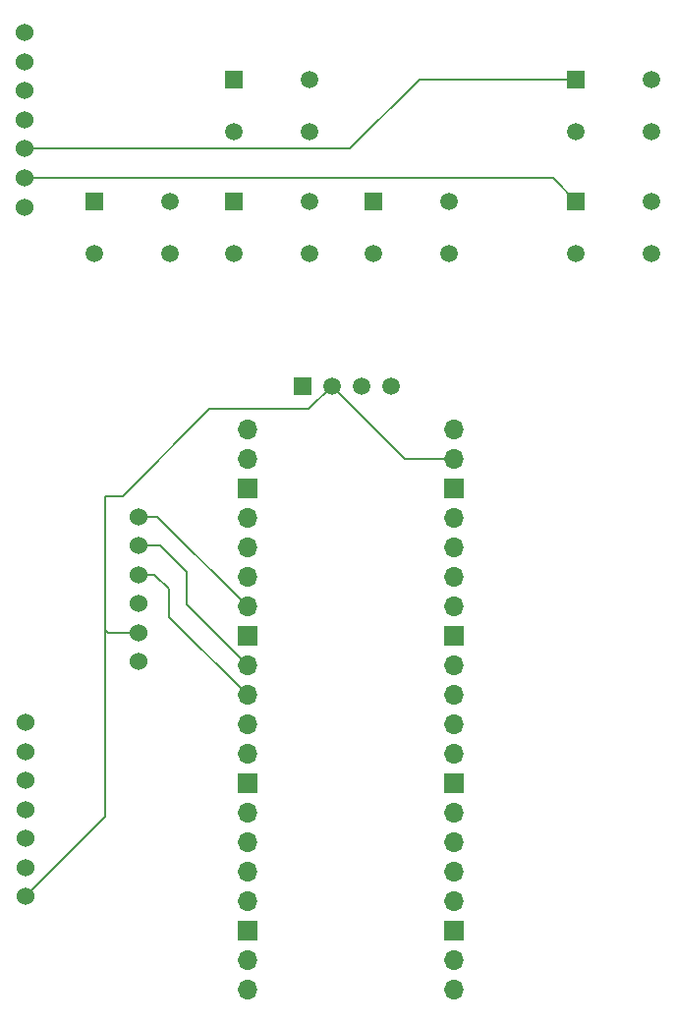
<source format=gbr>
%TF.GenerationSoftware,KiCad,Pcbnew,8.0.4*%
%TF.CreationDate,2024-08-20T15:20:12-04:00*%
%TF.ProjectId,gameconsole,67616d65-636f-46e7-936f-6c652e6b6963,rev?*%
%TF.SameCoordinates,Original*%
%TF.FileFunction,Copper,L2,Bot*%
%TF.FilePolarity,Positive*%
%FSLAX46Y46*%
G04 Gerber Fmt 4.6, Leading zero omitted, Abs format (unit mm)*
G04 Created by KiCad (PCBNEW 8.0.4) date 2024-08-20 15:20:12*
%MOMM*%
%LPD*%
G01*
G04 APERTURE LIST*
%TA.AperFunction,EtchedComponent*%
%ADD10C,0.200000*%
%TD*%
%TA.AperFunction,ComponentPad*%
%ADD11C,1.524000*%
%TD*%
%TA.AperFunction,ComponentPad*%
%ADD12C,1.498000*%
%TD*%
%TA.AperFunction,ComponentPad*%
%ADD13R,1.498000X1.498000*%
%TD*%
%TA.AperFunction,ComponentPad*%
%ADD14R,1.508000X1.508000*%
%TD*%
%TA.AperFunction,ComponentPad*%
%ADD15C,1.508000*%
%TD*%
%TA.AperFunction,ComponentPad*%
%ADD16O,1.700000X1.700000*%
%TD*%
%TA.AperFunction,ComponentPad*%
%ADD17R,1.700000X1.700000*%
%TD*%
%TA.AperFunction,Conductor*%
%ADD18C,0.200000*%
%TD*%
G04 APERTURE END LIST*
D10*
%TO.C,U*%
X149075000Y-78775000D02*
X147075000Y-76775000D01*
X149075000Y-68275000D02*
X135575000Y-68275000D01*
X147075000Y-76775000D02*
X101575000Y-76775000D01*
X135575000Y-68275000D02*
X129575000Y-74275000D01*
X129575000Y-74275000D02*
X101575000Y-74275000D01*
%TD*%
D11*
%TO.P,U,11*%
%TO.N,N/C*%
X101575000Y-76775000D03*
%TO.P,U,10*%
X101575000Y-74275000D03*
%TO.P,U,9*%
X101575000Y-71775000D03*
%TO.P,U,8*%
X101575000Y-69275000D03*
%TO.P,U,7*%
X101575000Y-66775000D03*
%TO.P,U,6*%
X101575000Y-64275000D03*
%TO.P,U,5*%
X101575000Y-79275000D03*
D12*
%TO.P,U,4*%
X155575000Y-83275000D03*
X155575000Y-72775000D03*
X138075000Y-83275000D03*
X126075000Y-83275000D03*
X126075000Y-72775000D03*
X114075000Y-83275000D03*
%TO.P,U,3*%
X149075000Y-83275000D03*
X149075000Y-72775000D03*
X131575000Y-83275000D03*
X119575000Y-83275000D03*
X119575000Y-72775000D03*
X107575000Y-83275000D03*
%TO.P,U,2*%
X155575000Y-78775000D03*
X155575000Y-68275000D03*
X138075000Y-78775000D03*
X126075000Y-78775000D03*
X126075000Y-68275000D03*
X114075000Y-78775000D03*
D13*
%TO.P,U,1*%
X149075000Y-78775000D03*
X149075000Y-68275000D03*
X131575000Y-78775000D03*
X119575000Y-78775000D03*
X119575000Y-68275000D03*
X107575000Y-78775000D03*
%TD*%
D14*
%TO.P,OLED1,1,GND*%
%TO.N,Net-(OLED1-GND)*%
X125500000Y-94700000D03*
D15*
%TO.P,OLED1,2,VCC*%
%TO.N,Net-(CONTROLLER1-VCC)*%
X128040000Y-94700000D03*
%TO.P,OLED1,3,SCL*%
%TO.N,Net-(OLED1-SCL)*%
X130580000Y-94700000D03*
%TO.P,OLED1,4,SDA*%
%TO.N,Net-(OLED1-SDA)*%
X133120000Y-94700000D03*
%TD*%
D11*
%TO.P,CONTROLLER1,1,UP*%
%TO.N,Net-(CONTROLLER1-UP)*%
X101610000Y-123700000D03*
%TO.P,CONTROLLER1,2,RIGHT*%
%TO.N,Net-(CONTROLLER1-RIGHT)*%
X101610000Y-126200000D03*
%TO.P,CONTROLLER1,3,DOWN*%
%TO.N,Net-(CONTROLLER1-DOWN)*%
X101610000Y-128700000D03*
%TO.P,CONTROLLER1,4,LEFT*%
%TO.N,Net-(CONTROLLER1-LEFT)*%
X101610000Y-131200000D03*
%TO.P,CONTROLLER1,5,ALPHA*%
%TO.N,Net-(CONTROLLER1-ALPHA)*%
X101610000Y-133700000D03*
%TO.P,CONTROLLER1,6,BETA*%
%TO.N,Net-(CONTROLLER1-BETA)*%
X101610000Y-136200000D03*
%TO.P,CONTROLLER1,7,VCC*%
%TO.N,Net-(CONTROLLER1-VCC)*%
X101610000Y-138700000D03*
%TD*%
D16*
%TO.P,PICO1,1,GPIO0*%
%TO.N,unconnected-(PICO1-GPIO0-Pad1)*%
X120720000Y-98460000D03*
%TO.P,PICO1,2,GPIO1*%
%TO.N,unconnected-(PICO1-GPIO1-Pad2)*%
X120720000Y-101000000D03*
D17*
%TO.P,PICO1,3,GND*%
%TO.N,Net-(OLED1-GND)*%
X120720000Y-103540000D03*
D16*
%TO.P,PICO1,4,GPIO2*%
%TO.N,Net-(OLED1-SDA)*%
X120720000Y-106080000D03*
%TO.P,PICO1,5,GPIO3*%
%TO.N,Net-(OLED1-SCL)*%
X120720000Y-108620000D03*
%TO.P,PICO1,6,GPIO4*%
%TO.N,Net-(PICO1-GPIO4)*%
X120720000Y-111160000D03*
%TO.P,PICO1,7,GPIO5*%
%TO.N,Net-(PICO1-GPIO5)*%
X120720000Y-113700000D03*
D17*
%TO.P,PICO1,8,GND*%
%TO.N,Net-(SDCARD1-GND)*%
X120720000Y-116240000D03*
D16*
%TO.P,PICO1,9,GPIO6*%
%TO.N,Net-(PICO1-GPIO6)*%
X120720000Y-118780000D03*
%TO.P,PICO1,10,GPIO7*%
%TO.N,Net-(PICO1-GPIO7)*%
X120720000Y-121320000D03*
%TO.P,PICO1,11,GPIO8*%
%TO.N,unconnected-(PICO1-GPIO8-Pad11)*%
X120720000Y-123860000D03*
%TO.P,PICO1,12,GPIO9*%
%TO.N,unconnected-(PICO1-GPIO9-Pad12)*%
X120720000Y-126400000D03*
D17*
%TO.P,PICO1,13,GND*%
%TO.N,unconnected-(PICO1-GND-Pad13)*%
X120720000Y-128940000D03*
D16*
%TO.P,PICO1,14,GPIO10*%
%TO.N,Net-(CONTROLLER1-UP)*%
X120720000Y-131480000D03*
%TO.P,PICO1,15,GPIO11*%
%TO.N,Net-(CONTROLLER1-RIGHT)*%
X120720000Y-134020000D03*
%TO.P,PICO1,16,GPIO12*%
%TO.N,Net-(CONTROLLER1-DOWN)*%
X120720000Y-136560000D03*
%TO.P,PICO1,17,GPIO13*%
%TO.N,Net-(CONTROLLER1-LEFT)*%
X120720000Y-139100000D03*
D17*
%TO.P,PICO1,18,GND*%
%TO.N,unconnected-(PICO1-GND-Pad18)*%
X120720000Y-141640000D03*
D16*
%TO.P,PICO1,19,GPIO14*%
%TO.N,Net-(CONTROLLER1-ALPHA)*%
X120720000Y-144180000D03*
%TO.P,PICO1,20,GPIO15*%
%TO.N,Net-(CONTROLLER1-BETA)*%
X120720000Y-146720000D03*
%TO.P,PICO1,21,GPIO16*%
%TO.N,unconnected-(PICO1-GPIO16-Pad21)*%
X138500000Y-146720000D03*
%TO.P,PICO1,22,GPIO17*%
%TO.N,unconnected-(PICO1-GPIO17-Pad22)*%
X138500000Y-144180000D03*
D17*
%TO.P,PICO1,23,GND*%
%TO.N,unconnected-(PICO1-GND-Pad23)*%
X138500000Y-141640000D03*
D16*
%TO.P,PICO1,24,GPIO18*%
%TO.N,unconnected-(PICO1-GPIO18-Pad24)*%
X138500000Y-139100000D03*
%TO.P,PICO1,25,GPIO19*%
%TO.N,unconnected-(PICO1-GPIO19-Pad25)*%
X138500000Y-136560000D03*
%TO.P,PICO1,26,GPIO20*%
%TO.N,unconnected-(PICO1-GPIO20-Pad26)*%
X138500000Y-134020000D03*
%TO.P,PICO1,27,GPIO21*%
%TO.N,unconnected-(PICO1-GPIO21-Pad27)*%
X138500000Y-131480000D03*
D17*
%TO.P,PICO1,28,GND*%
%TO.N,unconnected-(PICO1-GND-Pad28)*%
X138500000Y-128940000D03*
D16*
%TO.P,PICO1,29,GPIO22*%
%TO.N,unconnected-(PICO1-GPIO22-Pad29)*%
X138500000Y-126400000D03*
%TO.P,PICO1,30,RUN*%
%TO.N,unconnected-(PICO1-RUN-Pad30)*%
X138500000Y-123860000D03*
%TO.P,PICO1,31,GPIO26_ADC0*%
%TO.N,unconnected-(PICO1-GPIO26_ADC0-Pad31)*%
X138500000Y-121320000D03*
%TO.P,PICO1,32,GPIO27_ADC1*%
%TO.N,unconnected-(PICO1-GPIO27_ADC1-Pad32)*%
X138500000Y-118780000D03*
D17*
%TO.P,PICO1,33,AGND*%
%TO.N,unconnected-(PICO1-AGND-Pad33)*%
X138500000Y-116240000D03*
D16*
%TO.P,PICO1,34,GPIO28_ADC2*%
%TO.N,unconnected-(PICO1-GPIO28_ADC2-Pad34)*%
X138500000Y-113700000D03*
%TO.P,PICO1,35,ADC_VREF*%
%TO.N,unconnected-(PICO1-ADC_VREF-Pad35)*%
X138500000Y-111160000D03*
%TO.P,PICO1,36,3V3*%
%TO.N,unconnected-(PICO1-3V3-Pad36)*%
X138500000Y-108620000D03*
%TO.P,PICO1,37,3V3_EN*%
%TO.N,unconnected-(PICO1-3V3_EN-Pad37)*%
X138500000Y-106080000D03*
D17*
%TO.P,PICO1,38,GND*%
%TO.N,unconnected-(PICO1-GND-Pad38)*%
X138500000Y-103540000D03*
D16*
%TO.P,PICO1,39,VSYS*%
%TO.N,Net-(CONTROLLER1-VCC)*%
X138500000Y-101000000D03*
%TO.P,PICO1,40,VBUS*%
%TO.N,unconnected-(PICO1-VBUS-Pad40)*%
X138500000Y-98460000D03*
%TD*%
D11*
%TO.P,SDCARD1,1,CS*%
%TO.N,Net-(PICO1-GPIO5)*%
X111350000Y-105950000D03*
%TO.P,SDCARD1,2,SCK*%
%TO.N,Net-(PICO1-GPIO6)*%
X111350000Y-108450000D03*
%TO.P,SDCARD1,3,MOSI*%
%TO.N,Net-(PICO1-GPIO7)*%
X111350000Y-110950000D03*
%TO.P,SDCARD1,4,MISO*%
%TO.N,Net-(PICO1-GPIO4)*%
X111350000Y-113450000D03*
%TO.P,SDCARD1,5,VCC*%
%TO.N,Net-(CONTROLLER1-VCC)*%
X111350000Y-115950000D03*
%TO.P,SDCARD1,6,GND*%
%TO.N,Net-(SDCARD1-GND)*%
X111350000Y-118450000D03*
%TD*%
D18*
%TO.N,Net-(CONTROLLER1-VCC)*%
X108500000Y-113100000D02*
X108500000Y-131810000D01*
X110000000Y-104200000D02*
X108500000Y-104200000D01*
X108500000Y-131810000D02*
X101610000Y-138700000D01*
X108500000Y-104200000D02*
X108500000Y-113100000D01*
X108750000Y-115950000D02*
X111350000Y-115950000D01*
X134340000Y-101000000D02*
X128040000Y-94700000D01*
X128040000Y-94700000D02*
X126040000Y-96700000D01*
X108500000Y-115700000D02*
X108750000Y-115950000D01*
X138500000Y-101000000D02*
X134340000Y-101000000D01*
X126040000Y-96700000D02*
X117500000Y-96700000D01*
X117500000Y-96700000D02*
X110000000Y-104200000D01*
%TO.N,Net-(PICO1-GPIO7)*%
X111350000Y-110950000D02*
X112750000Y-110950000D01*
X114000000Y-112200000D02*
X114000000Y-114600000D01*
X112750000Y-110950000D02*
X114000000Y-112200000D01*
X114000000Y-114600000D02*
X120720000Y-121320000D01*
%TO.N,Net-(PICO1-GPIO5)*%
X111350000Y-105950000D02*
X112970000Y-105950000D01*
X112970000Y-105950000D02*
X120720000Y-113700000D01*
%TO.N,Net-(PICO1-GPIO6)*%
X115500000Y-110700000D02*
X115500000Y-113560000D01*
X115500000Y-113560000D02*
X120720000Y-118780000D01*
X113250000Y-108450000D02*
X115500000Y-110700000D01*
X111350000Y-108450000D02*
X113250000Y-108450000D01*
%TD*%
M02*

</source>
